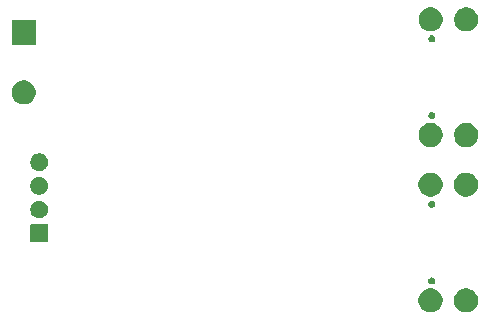
<source format=gbr>
%TF.GenerationSoftware,KiCad,Pcbnew,9.0.2*%
%TF.CreationDate,2025-08-30T18:06:16+02:00*%
%TF.ProjectId,Afterburner_Nano,41667465-7262-4757-926e-65725f4e616e,rev?*%
%TF.SameCoordinates,Original*%
%TF.FileFunction,Soldermask,Bot*%
%TF.FilePolarity,Negative*%
%FSLAX46Y46*%
G04 Gerber Fmt 4.6, Leading zero omitted, Abs format (unit mm)*
G04 Created by KiCad (PCBNEW 9.0.2) date 2025-08-30 18:06:16*
%MOMM*%
%LPD*%
G01*
G04 APERTURE LIST*
G04 APERTURE END LIST*
G36*
X210834832Y-42513179D02*
G01*
X211020653Y-42590149D01*
X211187888Y-42701891D01*
X211330109Y-42844112D01*
X211441851Y-43011347D01*
X211518821Y-43197168D01*
X211558060Y-43394434D01*
X211558060Y-43595566D01*
X211518821Y-43792832D01*
X211441851Y-43978653D01*
X211330109Y-44145888D01*
X211187888Y-44288109D01*
X211020653Y-44399851D01*
X210834832Y-44476821D01*
X210637566Y-44516060D01*
X210436434Y-44516060D01*
X210239168Y-44476821D01*
X210053347Y-44399851D01*
X209886112Y-44288109D01*
X209743891Y-44145888D01*
X209632149Y-43978653D01*
X209555179Y-43792832D01*
X209515940Y-43595566D01*
X209515940Y-43394434D01*
X209555179Y-43197168D01*
X209632149Y-43011347D01*
X209743891Y-42844112D01*
X209886112Y-42701891D01*
X210053347Y-42590149D01*
X210239168Y-42513179D01*
X210436434Y-42473940D01*
X210637566Y-42473940D01*
X210834832Y-42513179D01*
G37*
G36*
X213834832Y-42513179D02*
G01*
X214020653Y-42590149D01*
X214187888Y-42701891D01*
X214330109Y-42844112D01*
X214441851Y-43011347D01*
X214518821Y-43197168D01*
X214558060Y-43394434D01*
X214558060Y-43595566D01*
X214518821Y-43792832D01*
X214441851Y-43978653D01*
X214330109Y-44145888D01*
X214187888Y-44288109D01*
X214020653Y-44399851D01*
X213834832Y-44476821D01*
X213637566Y-44516060D01*
X213436434Y-44516060D01*
X213239168Y-44476821D01*
X213053347Y-44399851D01*
X212886112Y-44288109D01*
X212743891Y-44145888D01*
X212632149Y-43978653D01*
X212555179Y-43792832D01*
X212515940Y-43595566D01*
X212515940Y-43394434D01*
X212555179Y-43197168D01*
X212632149Y-43011347D01*
X212743891Y-42844112D01*
X212886112Y-42701891D01*
X213053347Y-42590149D01*
X213239168Y-42513179D01*
X213436434Y-42473940D01*
X213637566Y-42473940D01*
X213834832Y-42513179D01*
G37*
G36*
X210754101Y-41567293D02*
G01*
X210823281Y-41607234D01*
X210879766Y-41663719D01*
X210919707Y-41732899D01*
X210940382Y-41810059D01*
X210940382Y-41889941D01*
X210919707Y-41967101D01*
X210879766Y-42036281D01*
X210823281Y-42092766D01*
X210754101Y-42132707D01*
X210676941Y-42153382D01*
X210597059Y-42153382D01*
X210519899Y-42132707D01*
X210450719Y-42092766D01*
X210394234Y-42036281D01*
X210354293Y-41967101D01*
X210333618Y-41889941D01*
X210333618Y-41810059D01*
X210354293Y-41732899D01*
X210394234Y-41663719D01*
X210450719Y-41607234D01*
X210519899Y-41567293D01*
X210597059Y-41546618D01*
X210676941Y-41546618D01*
X210754101Y-41567293D01*
G37*
G36*
X178093034Y-37051764D02*
G01*
X178126125Y-37073875D01*
X178148236Y-37106966D01*
X178156000Y-37146000D01*
X178156000Y-38454000D01*
X178148236Y-38493034D01*
X178126125Y-38526125D01*
X178093034Y-38548236D01*
X178054000Y-38556000D01*
X176746000Y-38556000D01*
X176706966Y-38548236D01*
X176673875Y-38526125D01*
X176651764Y-38493034D01*
X176644000Y-38454000D01*
X176644000Y-37146000D01*
X176651764Y-37106966D01*
X176673875Y-37073875D01*
X176706966Y-37051764D01*
X176746000Y-37044000D01*
X178054000Y-37044000D01*
X178093034Y-37051764D01*
G37*
G36*
X177619455Y-35076553D02*
G01*
X177756376Y-35133268D01*
X177879601Y-35215604D01*
X177984396Y-35320399D01*
X178066732Y-35443624D01*
X178123447Y-35580545D01*
X178152360Y-35725899D01*
X178152360Y-35874101D01*
X178123447Y-36019455D01*
X178066732Y-36156376D01*
X177984396Y-36279601D01*
X177879601Y-36384396D01*
X177756376Y-36466732D01*
X177619455Y-36523447D01*
X177474101Y-36552360D01*
X177325899Y-36552360D01*
X177180545Y-36523447D01*
X177043624Y-36466732D01*
X176920399Y-36384396D01*
X176815604Y-36279601D01*
X176733268Y-36156376D01*
X176676553Y-36019455D01*
X176647640Y-35874101D01*
X176647640Y-35725899D01*
X176676553Y-35580545D01*
X176733268Y-35443624D01*
X176815604Y-35320399D01*
X176920399Y-35215604D01*
X177043624Y-35133268D01*
X177180545Y-35076553D01*
X177325899Y-35047640D01*
X177474101Y-35047640D01*
X177619455Y-35076553D01*
G37*
G36*
X210754101Y-35067293D02*
G01*
X210823281Y-35107234D01*
X210879766Y-35163719D01*
X210919707Y-35232899D01*
X210940382Y-35310059D01*
X210940382Y-35389941D01*
X210919707Y-35467101D01*
X210879766Y-35536281D01*
X210823281Y-35592766D01*
X210754101Y-35632707D01*
X210676941Y-35653382D01*
X210597059Y-35653382D01*
X210519899Y-35632707D01*
X210450719Y-35592766D01*
X210394234Y-35536281D01*
X210354293Y-35467101D01*
X210333618Y-35389941D01*
X210333618Y-35310059D01*
X210354293Y-35232899D01*
X210394234Y-35163719D01*
X210450719Y-35107234D01*
X210519899Y-35067293D01*
X210597059Y-35046618D01*
X210676941Y-35046618D01*
X210754101Y-35067293D01*
G37*
G36*
X210834832Y-32723179D02*
G01*
X211020653Y-32800149D01*
X211187888Y-32911891D01*
X211330109Y-33054112D01*
X211441851Y-33221347D01*
X211518821Y-33407168D01*
X211558060Y-33604434D01*
X211558060Y-33805566D01*
X211518821Y-34002832D01*
X211441851Y-34188653D01*
X211330109Y-34355888D01*
X211187888Y-34498109D01*
X211020653Y-34609851D01*
X210834832Y-34686821D01*
X210637566Y-34726060D01*
X210436434Y-34726060D01*
X210239168Y-34686821D01*
X210053347Y-34609851D01*
X209886112Y-34498109D01*
X209743891Y-34355888D01*
X209632149Y-34188653D01*
X209555179Y-34002832D01*
X209515940Y-33805566D01*
X209515940Y-33604434D01*
X209555179Y-33407168D01*
X209632149Y-33221347D01*
X209743891Y-33054112D01*
X209886112Y-32911891D01*
X210053347Y-32800149D01*
X210239168Y-32723179D01*
X210436434Y-32683940D01*
X210637566Y-32683940D01*
X210834832Y-32723179D01*
G37*
G36*
X213834832Y-32723179D02*
G01*
X214020653Y-32800149D01*
X214187888Y-32911891D01*
X214330109Y-33054112D01*
X214441851Y-33221347D01*
X214518821Y-33407168D01*
X214558060Y-33604434D01*
X214558060Y-33805566D01*
X214518821Y-34002832D01*
X214441851Y-34188653D01*
X214330109Y-34355888D01*
X214187888Y-34498109D01*
X214020653Y-34609851D01*
X213834832Y-34686821D01*
X213637566Y-34726060D01*
X213436434Y-34726060D01*
X213239168Y-34686821D01*
X213053347Y-34609851D01*
X212886112Y-34498109D01*
X212743891Y-34355888D01*
X212632149Y-34188653D01*
X212555179Y-34002832D01*
X212515940Y-33805566D01*
X212515940Y-33604434D01*
X212555179Y-33407168D01*
X212632149Y-33221347D01*
X212743891Y-33054112D01*
X212886112Y-32911891D01*
X213053347Y-32800149D01*
X213239168Y-32723179D01*
X213436434Y-32683940D01*
X213637566Y-32683940D01*
X213834832Y-32723179D01*
G37*
G36*
X177619455Y-33076553D02*
G01*
X177756376Y-33133268D01*
X177879601Y-33215604D01*
X177984396Y-33320399D01*
X178066732Y-33443624D01*
X178123447Y-33580545D01*
X178152360Y-33725899D01*
X178152360Y-33874101D01*
X178123447Y-34019455D01*
X178066732Y-34156376D01*
X177984396Y-34279601D01*
X177879601Y-34384396D01*
X177756376Y-34466732D01*
X177619455Y-34523447D01*
X177474101Y-34552360D01*
X177325899Y-34552360D01*
X177180545Y-34523447D01*
X177043624Y-34466732D01*
X176920399Y-34384396D01*
X176815604Y-34279601D01*
X176733268Y-34156376D01*
X176676553Y-34019455D01*
X176647640Y-33874101D01*
X176647640Y-33725899D01*
X176676553Y-33580545D01*
X176733268Y-33443624D01*
X176815604Y-33320399D01*
X176920399Y-33215604D01*
X177043624Y-33133268D01*
X177180545Y-33076553D01*
X177325899Y-33047640D01*
X177474101Y-33047640D01*
X177619455Y-33076553D01*
G37*
G36*
X177619455Y-31076553D02*
G01*
X177756376Y-31133268D01*
X177879601Y-31215604D01*
X177984396Y-31320399D01*
X178066732Y-31443624D01*
X178123447Y-31580545D01*
X178152360Y-31725899D01*
X178152360Y-31874101D01*
X178123447Y-32019455D01*
X178066732Y-32156376D01*
X177984396Y-32279601D01*
X177879601Y-32384396D01*
X177756376Y-32466732D01*
X177619455Y-32523447D01*
X177474101Y-32552360D01*
X177325899Y-32552360D01*
X177180545Y-32523447D01*
X177043624Y-32466732D01*
X176920399Y-32384396D01*
X176815604Y-32279601D01*
X176733268Y-32156376D01*
X176676553Y-32019455D01*
X176647640Y-31874101D01*
X176647640Y-31725899D01*
X176676553Y-31580545D01*
X176733268Y-31443624D01*
X176815604Y-31320399D01*
X176920399Y-31215604D01*
X177043624Y-31133268D01*
X177180545Y-31076553D01*
X177325899Y-31047640D01*
X177474101Y-31047640D01*
X177619455Y-31076553D01*
G37*
G36*
X210846832Y-28513179D02*
G01*
X211032653Y-28590149D01*
X211199888Y-28701891D01*
X211342109Y-28844112D01*
X211453851Y-29011347D01*
X211530821Y-29197168D01*
X211570060Y-29394434D01*
X211570060Y-29595566D01*
X211530821Y-29792832D01*
X211453851Y-29978653D01*
X211342109Y-30145888D01*
X211199888Y-30288109D01*
X211032653Y-30399851D01*
X210846832Y-30476821D01*
X210649566Y-30516060D01*
X210448434Y-30516060D01*
X210251168Y-30476821D01*
X210065347Y-30399851D01*
X209898112Y-30288109D01*
X209755891Y-30145888D01*
X209644149Y-29978653D01*
X209567179Y-29792832D01*
X209527940Y-29595566D01*
X209527940Y-29394434D01*
X209567179Y-29197168D01*
X209644149Y-29011347D01*
X209755891Y-28844112D01*
X209898112Y-28701891D01*
X210065347Y-28590149D01*
X210251168Y-28513179D01*
X210448434Y-28473940D01*
X210649566Y-28473940D01*
X210846832Y-28513179D01*
G37*
G36*
X213846832Y-28513179D02*
G01*
X214032653Y-28590149D01*
X214199888Y-28701891D01*
X214342109Y-28844112D01*
X214453851Y-29011347D01*
X214530821Y-29197168D01*
X214570060Y-29394434D01*
X214570060Y-29595566D01*
X214530821Y-29792832D01*
X214453851Y-29978653D01*
X214342109Y-30145888D01*
X214199888Y-30288109D01*
X214032653Y-30399851D01*
X213846832Y-30476821D01*
X213649566Y-30516060D01*
X213448434Y-30516060D01*
X213251168Y-30476821D01*
X213065347Y-30399851D01*
X212898112Y-30288109D01*
X212755891Y-30145888D01*
X212644149Y-29978653D01*
X212567179Y-29792832D01*
X212527940Y-29595566D01*
X212527940Y-29394434D01*
X212567179Y-29197168D01*
X212644149Y-29011347D01*
X212755891Y-28844112D01*
X212898112Y-28701891D01*
X213065347Y-28590149D01*
X213251168Y-28513179D01*
X213448434Y-28473940D01*
X213649566Y-28473940D01*
X213846832Y-28513179D01*
G37*
G36*
X210766101Y-27567293D02*
G01*
X210835281Y-27607234D01*
X210891766Y-27663719D01*
X210931707Y-27732899D01*
X210952382Y-27810059D01*
X210952382Y-27889941D01*
X210931707Y-27967101D01*
X210891766Y-28036281D01*
X210835281Y-28092766D01*
X210766101Y-28132707D01*
X210688941Y-28153382D01*
X210609059Y-28153382D01*
X210531899Y-28132707D01*
X210462719Y-28092766D01*
X210406234Y-28036281D01*
X210366293Y-27967101D01*
X210345618Y-27889941D01*
X210345618Y-27810059D01*
X210366293Y-27732899D01*
X210406234Y-27663719D01*
X210462719Y-27607234D01*
X210531899Y-27567293D01*
X210609059Y-27546618D01*
X210688941Y-27546618D01*
X210766101Y-27567293D01*
G37*
G36*
X176397832Y-24913179D02*
G01*
X176583653Y-24990149D01*
X176750888Y-25101891D01*
X176893109Y-25244112D01*
X177004851Y-25411347D01*
X177081821Y-25597168D01*
X177121060Y-25794434D01*
X177121060Y-25995566D01*
X177081821Y-26192832D01*
X177004851Y-26378653D01*
X176893109Y-26545888D01*
X176750888Y-26688109D01*
X176583653Y-26799851D01*
X176397832Y-26876821D01*
X176200566Y-26916060D01*
X175999434Y-26916060D01*
X175802168Y-26876821D01*
X175616347Y-26799851D01*
X175449112Y-26688109D01*
X175306891Y-26545888D01*
X175195149Y-26378653D01*
X175118179Y-26192832D01*
X175078940Y-25995566D01*
X175078940Y-25794434D01*
X175118179Y-25597168D01*
X175195149Y-25411347D01*
X175306891Y-25244112D01*
X175449112Y-25101891D01*
X175616347Y-24990149D01*
X175802168Y-24913179D01*
X175999434Y-24873940D01*
X176200566Y-24873940D01*
X176397832Y-24913179D01*
G37*
G36*
X177094517Y-19792882D02*
G01*
X177111062Y-19803938D01*
X177122118Y-19820483D01*
X177126000Y-19840000D01*
X177126000Y-21790000D01*
X177122118Y-21809517D01*
X177111062Y-21826062D01*
X177094517Y-21837118D01*
X177075000Y-21841000D01*
X175125000Y-21841000D01*
X175105483Y-21837118D01*
X175088938Y-21826062D01*
X175077882Y-21809517D01*
X175074000Y-21790000D01*
X175074000Y-19840000D01*
X175077882Y-19820483D01*
X175088938Y-19803938D01*
X175105483Y-19792882D01*
X175125000Y-19789000D01*
X177075000Y-19789000D01*
X177094517Y-19792882D01*
G37*
G36*
X210766101Y-21067293D02*
G01*
X210835281Y-21107234D01*
X210891766Y-21163719D01*
X210931707Y-21232899D01*
X210952382Y-21310059D01*
X210952382Y-21389941D01*
X210931707Y-21467101D01*
X210891766Y-21536281D01*
X210835281Y-21592766D01*
X210766101Y-21632707D01*
X210688941Y-21653382D01*
X210609059Y-21653382D01*
X210531899Y-21632707D01*
X210462719Y-21592766D01*
X210406234Y-21536281D01*
X210366293Y-21467101D01*
X210345618Y-21389941D01*
X210345618Y-21310059D01*
X210366293Y-21232899D01*
X210406234Y-21163719D01*
X210462719Y-21107234D01*
X210531899Y-21067293D01*
X210609059Y-21046618D01*
X210688941Y-21046618D01*
X210766101Y-21067293D01*
G37*
G36*
X210846832Y-18723179D02*
G01*
X211032653Y-18800149D01*
X211199888Y-18911891D01*
X211342109Y-19054112D01*
X211453851Y-19221347D01*
X211530821Y-19407168D01*
X211570060Y-19604434D01*
X211570060Y-19805566D01*
X211530821Y-20002832D01*
X211453851Y-20188653D01*
X211342109Y-20355888D01*
X211199888Y-20498109D01*
X211032653Y-20609851D01*
X210846832Y-20686821D01*
X210649566Y-20726060D01*
X210448434Y-20726060D01*
X210251168Y-20686821D01*
X210065347Y-20609851D01*
X209898112Y-20498109D01*
X209755891Y-20355888D01*
X209644149Y-20188653D01*
X209567179Y-20002832D01*
X209527940Y-19805566D01*
X209527940Y-19604434D01*
X209567179Y-19407168D01*
X209644149Y-19221347D01*
X209755891Y-19054112D01*
X209898112Y-18911891D01*
X210065347Y-18800149D01*
X210251168Y-18723179D01*
X210448434Y-18683940D01*
X210649566Y-18683940D01*
X210846832Y-18723179D01*
G37*
G36*
X213846832Y-18723179D02*
G01*
X214032653Y-18800149D01*
X214199888Y-18911891D01*
X214342109Y-19054112D01*
X214453851Y-19221347D01*
X214530821Y-19407168D01*
X214570060Y-19604434D01*
X214570060Y-19805566D01*
X214530821Y-20002832D01*
X214453851Y-20188653D01*
X214342109Y-20355888D01*
X214199888Y-20498109D01*
X214032653Y-20609851D01*
X213846832Y-20686821D01*
X213649566Y-20726060D01*
X213448434Y-20726060D01*
X213251168Y-20686821D01*
X213065347Y-20609851D01*
X212898112Y-20498109D01*
X212755891Y-20355888D01*
X212644149Y-20188653D01*
X212567179Y-20002832D01*
X212527940Y-19805566D01*
X212527940Y-19604434D01*
X212567179Y-19407168D01*
X212644149Y-19221347D01*
X212755891Y-19054112D01*
X212898112Y-18911891D01*
X213065347Y-18800149D01*
X213251168Y-18723179D01*
X213448434Y-18683940D01*
X213649566Y-18683940D01*
X213846832Y-18723179D01*
G37*
M02*

</source>
